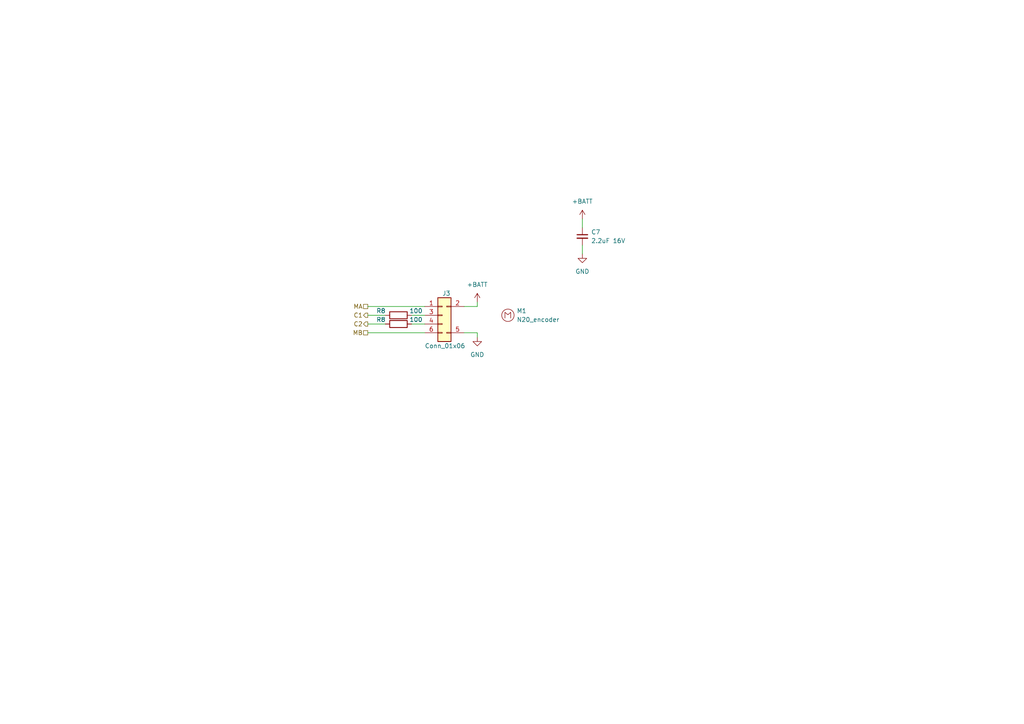
<source format=kicad_sch>
(kicad_sch (version 20230121) (generator eeschema)
  (paper "A4")
  (lib_symbols
    (symbol "Connector_Generic:Conn_01x06" (pin_names (offset 1.016) hide)
      (property "Reference" "J3" (at 2.54 0 0))
      (property "Value" "Conn_01x06" (at 2.54 -2.54 0))
      (symbol "Conn_01x06_1_1"
        (rectangle (start -1.27 -4.953) (end 0 -5.207) (stroke (width 0.1524)))
        (rectangle (start -1.27 -2.413) (end 0 -2.667) (stroke (width 0.1524)))
        (rectangle (start -1.27 0.127) (end 0 -0.127) (stroke (width 0.1524)))
        (rectangle (start -1.27 2.667) (end 0 2.413) (stroke (width 0.1524)))
        (rectangle (start -1.27 5.08) (end 2.54 -7.62) (stroke (width 0.254)) (fill (type background)))
        (rectangle (start 1.27 -5.207) (end 2.54 -4.953) (stroke (width 0.1524)))
        (rectangle (start 1.27 2.413) (end 2.54 2.667) (stroke (width 0.1524)))
        (pin passive line (at -5.08 2.54 0) (length 3.81) (name "Pin_1") (number "1"))
        (pin passive line (at 6.35 2.54 180) (length 3.81) (name "Pin_2") (number "2"))
        (pin passive line (at -5.08 0 0) (length 3.81) (name "Pin_3") (number "3"))
        (pin passive line (at -5.08 -2.54 0) (length 3.81) (name "Pin_4") (number "4"))
        (pin passive line (at 6.35 -5.08 180) (length 3.81) (name "Pin_5") (number "5"))
        (pin passive line (at -5.08 -5.08 0) (length 3.81) (name "Pin_6") (number "6"))
      )
    )
    (symbol "Device:C_Small" (pin_numbers hide) (pin_names (offset 0.254) hide)
      (property "Reference" "C" (at 0.254 1.778 0))
      (property "Value" "C_Small" (at 0.254 -2.032 0))
      (symbol "C_Small_0_1"
        (polyline (pts (xy -1.524 -0.508) (xy 1.524 -0.508)) (stroke (width 0.3302)))
        (polyline (pts (xy -1.524 0.508) (xy 1.524 0.508)) (stroke (width 0.3048)))
      )
      (symbol "C_Small_1_1"
        (pin passive line (at 0 2.54 270) (length 2.032) (name "~") (number "1"))
        (pin passive line (at 0 -2.54 90) (length 2.032) (name "~") (number "2"))
      )
    )
    (symbol "Device:R" (pin_numbers hide) (pin_names (offset 0))
      (property "Reference" "R" (at 2.032 0 90))
      (property "Value" "R" (at 0 0 90))
      (symbol "R_0_1"
        (rectangle (start -1.016 -2.54) (end 1.016 2.54) (stroke (width 0.254)))
      )
      (symbol "R_1_1"
        (pin passive line (at 0 3.81 270) (length 1.27) (name "~") (number "1"))
        (pin passive line (at 0 -3.81 90) (length 1.27) (name "~") (number "2"))
      )
    )
    (symbol "minimouse:N20_w_encoder"
      (property "Reference" "M" (at -8.89 1.27 0))
      (property "Value" "N20_encoder" (at 0 -2.54 0))
      (symbol "N20_w_encoder_0_1"
        (polyline (pts (xy -0.8636 -0.8128) (xy -0.8636 0.8636) (xy 0 0.1524) (xy 0.8128 0.8636) (xy 0.8128 -0.8128)))
        (circle (center 0 0) (radius 1.7961))
      )
    )
    (symbol "power:+BATT" (power) (pin_names (offset 0))
      (property "Value" "+BATT" (at 0 3.556 0))
      (symbol "+BATT_0_1"
        (polyline (pts (xy -0.762 1.27) (xy 0 2.54)))
        (polyline (pts (xy 0 0) (xy 0 2.54)))
        (polyline (pts (xy 0 2.54) (xy 0.762 1.27)))
      )
      (symbol "+BATT_1_1"
        (pin power_in line (at 0 0 90) (length 0) hide (name "+BATT") (number "1"))
      )
    )
    (symbol "power:GND" (power) (pin_names (offset 0))
      (property "Value" "GND" (at 0 -3.81 0))
      (symbol "GND_0_1"
        (polyline (pts (xy 0 0) (xy 0 -1.27) (xy 1.27 -1.27) (xy 0 -2.54) (xy -1.27 -1.27) (xy 0 -1.27)))
      )
      (symbol "GND_1_1"
        (pin power_in line (at 0 0 270) (length 0) hide (name "GND") (number "1"))
      )
    )
  )
  (wire (pts (xy 123.19 91.44) (xy 119.38 91.44)))
  (wire (pts (xy 138.43 96.52) (xy 138.43 97.79)))
  (wire (pts (xy 138.43 96.52) (xy 134.62 96.52)))
  (wire (pts (xy 138.43 88.9) (xy 134.62 88.9)))
  (wire (pts (xy 123.19 96.52) (xy 106.68 96.52)))
  (wire (pts (xy 111.76 93.98) (xy 106.68 93.98)))
  (wire (pts (xy 168.91 66.04) (xy 168.91 63.5)))
  (wire (pts (xy 168.91 73.66) (xy 168.91 71.12)))
  (wire (pts (xy 138.43 87.63) (xy 138.43 88.9)))
  (wire (pts (xy 123.19 93.98) (xy 119.38 93.98)))
  (wire (pts (xy 111.76 91.44) (xy 106.68 91.44)))
  (wire (pts (xy 123.19 88.9) (xy 106.68 88.9)))
  (hierarchical_label "C1" (shape output) (at 106.68 91.44 180))
  (hierarchical_label "C2" (shape output) (at 106.68 93.98 180))
  (hierarchical_label "MB" (shape passive) (at 106.68 96.52 180))
  (hierarchical_label "MA" (shape passive) (at 106.68 88.9 180))
  (symbol (lib_id "power:GND") (at 138.43 97.79 0) (unit 1)
    (property "Reference" "#PWR020" (effects hide))
    (property "Value" "GND" (at 138.43 102.87 0))
    (instances (project "minimouse" (path "" (reference "#PWR020") (unit 1)) (path "" (reference "#PWR021") (unit 1))))
  )
  (symbol (lib_id "Device:R") (at 115.57 93.98 90) (unit 1)
    (property "Reference" "R8" (at 110.49 92.71 90))
    (property "Value" "100" (at 120.65 92.71 90))
    (property "Footprint" "Resistor_SMD:R_0603_1608Metric" (effects hide))
    (instances (project "minimouse" (path "" (reference "R8") (unit 1)) (path "" (reference "R24") (unit 1)) (path "" (reference "R27") (unit 1)) (path "" (reference "R28") (unit 1))))
  )
  (symbol (lib_id "power:+BATT") (at 168.91 63.5 0) (unit 1)
    (property "Reference" "#PWR01" (effects hide))
    (property "Value" "+BATT" (at 168.91 58.42 0))
    (instances (project "minimouse" (path "" (reference "#PWR01") (unit 1)) (path "" (reference "#PWR030") (unit 1))))
  )
  (symbol (lib_id "minimouse:N20_w_encoder") (at 147.32 91.44 0) (unit 1)
    (property "Reference" "M1" (at 149.86 90.17 0) (effects (justify left)))
    (property "Value" "N20_encoder" (at 149.86 92.71 0) (effects (justify left)))
    (property "Footprint" "minimouse:N20_with_encoder" (effects hide))
    (instances (project "minimouse" (path "" (reference "M1") (unit 1)) (path "" (reference "M2") (unit 1))))
  )
  (symbol (lib_id "power:+BATT") (at 138.43 87.63 0) (unit 1)
    (property "Reference" "#PWR022" (effects hide))
    (property "Value" "+BATT" (at 138.43 82.55 0))
    (instances (project "minimouse" (path "" (reference "#PWR022") (unit 1)) (path "" (reference "#PWR023") (unit 1))))
  )
  (symbol (lib_id "Connector_Generic:Conn_01x06") (at 128.27 91.44 0) (unit 1)
    (property "Reference" "J3" (at 128.27 85.09 0) (effects (justify left)))
    (property "Value" "Conn_01x06" (at 123.19 100.33 0) (effects (justify left)))
    (instances (project "minimouse" (path "" (reference "J3") (unit 1)) (path "" (reference "J4") (unit 1))))
  )
  (symbol (lib_id "power:GND") (at 168.91 73.66 0) (unit 1)
    (property "Reference" "#PWR031" (effects hide))
    (property "Value" "GND" (at 168.91 78.74 0))
    (instances (project "minimouse" (path "" (reference "#PWR031") (unit 1)) (path "" (reference "#PWR032") (unit 1))))
  )
  (symbol (lib_id "Device:C_Small") (at 168.91 68.58 0) (unit 1)
    (property "Reference" "C7" (at 171.45 67.31 0) (effects (justify left)))
    (property "Value" "2.2uF 16V" (at 171.45 69.85 0) (effects (justify left)))
    (instances (project "minimouse" (path "" (reference "C7") (unit 1)) (path "" (reference "C9") (unit 1)) (path "" (reference "C14") (unit 1)) (path "" (reference "C15") (unit 1))))
  )
  (symbol (lib_id "Device:R") (at 115.57 91.44 90) (unit 1)
    (property "Reference" "R8" (at 110.49 90.17 90))
    (property "Value" "100" (at 120.65 90.17 90))
    (property "Footprint" "Resistor_SMD:R_0603_1608Metric" (effects hide))
    (instances (project "minimouse" (path "" (reference "R8") (unit 1)) (path "" (reference "R24") (unit 1)) (path "" (reference "R25") (unit 1)) (path "" (reference "R26") (unit 1))))
  )
)
</source>
